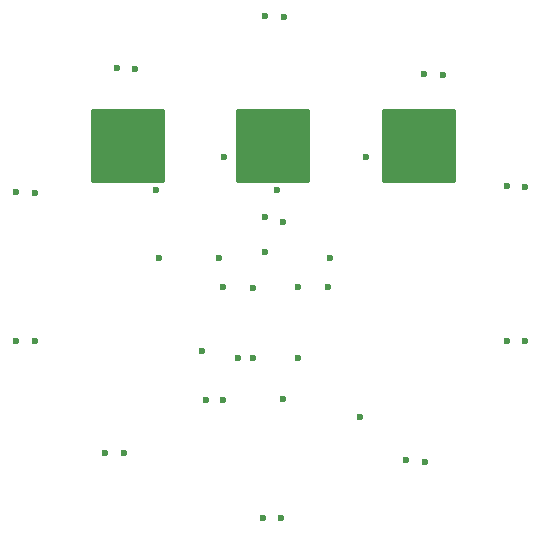
<source format=gbr>
G04 #@! TF.GenerationSoftware,KiCad,Pcbnew,8.0.6*
G04 #@! TF.CreationDate,2025-01-06T10:49:24-06:00*
G04 #@! TF.ProjectId,BurbSec_GenCoin,42757262-5365-4635-9f47-656e436f696e,0.1*
G04 #@! TF.SameCoordinates,Original*
G04 #@! TF.FileFunction,Soldermask,Bot*
G04 #@! TF.FilePolarity,Negative*
%FSLAX46Y46*%
G04 Gerber Fmt 4.6, Leading zero omitted, Abs format (unit mm)*
G04 Created by KiCad (PCBNEW 8.0.6) date 2025-01-06 10:49:24*
%MOMM*%
%LPD*%
G01*
G04 APERTURE LIST*
G04 Aperture macros list*
%AMRoundRect*
0 Rectangle with rounded corners*
0 $1 Rounding radius*
0 $2 $3 $4 $5 $6 $7 $8 $9 X,Y pos of 4 corners*
0 Add a 4 corners polygon primitive as box body*
4,1,4,$2,$3,$4,$5,$6,$7,$8,$9,$2,$3,0*
0 Add four circle primitives for the rounded corners*
1,1,$1+$1,$2,$3*
1,1,$1+$1,$4,$5*
1,1,$1+$1,$6,$7*
1,1,$1+$1,$8,$9*
0 Add four rect primitives between the rounded corners*
20,1,$1+$1,$2,$3,$4,$5,0*
20,1,$1+$1,$4,$5,$6,$7,0*
20,1,$1+$1,$6,$7,$8,$9,0*
20,1,$1+$1,$8,$9,$2,$3,0*%
G04 Aperture macros list end*
%ADD10RoundRect,0.102000X3.035000X3.035000X-3.035000X3.035000X-3.035000X-3.035000X3.035000X-3.035000X0*%
%ADD11C,0.600000*%
G04 APERTURE END LIST*
D10*
X122340000Y-80000000D03*
X147000000Y-80000000D03*
X134670000Y-80000000D03*
D11*
X130040000Y-89540000D03*
X130400000Y-92000000D03*
X125000000Y-89500000D03*
X134000000Y-89000000D03*
X134000000Y-86000000D03*
X142500000Y-81000000D03*
X139500000Y-89540000D03*
X135000000Y-83730000D03*
X130500000Y-81000000D03*
X135500000Y-86500000D03*
X132940000Y-92060000D03*
X112925000Y-96500000D03*
X134000000Y-69000000D03*
X149000000Y-74000000D03*
X124770000Y-83730000D03*
X121425000Y-73425000D03*
X133787500Y-111500000D03*
X147500000Y-106750000D03*
X156000000Y-83500000D03*
X120425000Y-106000000D03*
X112925000Y-83925000D03*
X156000000Y-96500000D03*
X136750000Y-92000000D03*
X135575000Y-69100000D03*
X139290000Y-92000000D03*
X147425000Y-73925000D03*
X136750000Y-98000000D03*
X154425000Y-83425000D03*
X154425000Y-96575000D03*
X135480000Y-101480000D03*
X145925000Y-106575000D03*
X130400000Y-101500000D03*
X142000000Y-103000000D03*
X135362500Y-111500000D03*
X129000000Y-101500000D03*
X122000000Y-106000000D03*
X128600000Y-97400000D03*
X114500000Y-96500000D03*
X114500000Y-84000000D03*
X131670000Y-98000000D03*
X132940000Y-98000000D03*
X123000000Y-73500000D03*
M02*

</source>
